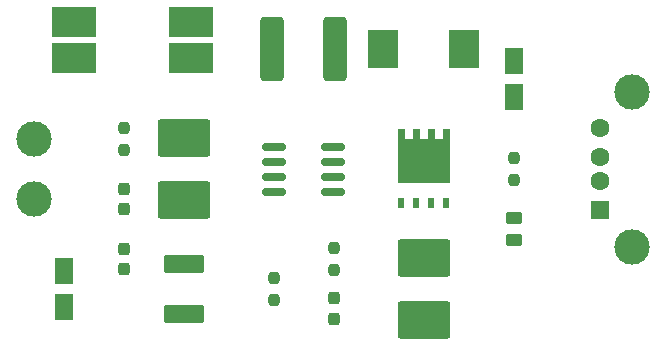
<source format=gbr>
%TF.GenerationSoftware,KiCad,Pcbnew,(6.0.4)*%
%TF.CreationDate,2022-04-27T00:59:47-07:00*%
%TF.ProjectId,SolarChargerV2,536f6c61-7243-4686-9172-67657256322e,rev?*%
%TF.SameCoordinates,Original*%
%TF.FileFunction,Soldermask,Top*%
%TF.FilePolarity,Negative*%
%FSLAX46Y46*%
G04 Gerber Fmt 4.6, Leading zero omitted, Abs format (unit mm)*
G04 Created by KiCad (PCBNEW (6.0.4)) date 2022-04-27 00:59:47*
%MOMM*%
%LPD*%
G01*
G04 APERTURE LIST*
G04 Aperture macros list*
%AMRoundRect*
0 Rectangle with rounded corners*
0 $1 Rounding radius*
0 $2 $3 $4 $5 $6 $7 $8 $9 X,Y pos of 4 corners*
0 Add a 4 corners polygon primitive as box body*
4,1,4,$2,$3,$4,$5,$6,$7,$8,$9,$2,$3,0*
0 Add four circle primitives for the rounded corners*
1,1,$1+$1,$2,$3*
1,1,$1+$1,$4,$5*
1,1,$1+$1,$6,$7*
1,1,$1+$1,$8,$9*
0 Add four rect primitives between the rounded corners*
20,1,$1+$1,$2,$3,$4,$5,0*
20,1,$1+$1,$4,$5,$6,$7,0*
20,1,$1+$1,$6,$7,$8,$9,0*
20,1,$1+$1,$8,$9,$2,$3,0*%
%AMFreePoly0*
4,1,17,2.675000,1.605000,1.875000,1.605000,1.875000,0.935000,2.675000,0.935000,2.675000,0.335000,1.875000,0.335000,1.875000,-0.335000,2.675000,-0.335000,2.675000,-0.935000,1.875000,-0.935000,1.875000,-1.605000,2.675000,-1.605000,2.675000,-2.205000,-1.875000,-2.205000,-1.875000,2.205000,2.675000,2.205000,2.675000,1.605000,2.675000,1.605000,$1*%
G04 Aperture macros list end*
%ADD10R,2.500000X3.300000*%
%ADD11C,3.000000*%
%ADD12RoundRect,0.150000X-0.825000X-0.150000X0.825000X-0.150000X0.825000X0.150000X-0.825000X0.150000X0*%
%ADD13R,3.850000X2.500000*%
%ADD14RoundRect,0.250000X-1.975000X1.350000X-1.975000X-1.350000X1.975000X-1.350000X1.975000X1.350000X0*%
%ADD15RoundRect,0.237500X-0.237500X0.250000X-0.237500X-0.250000X0.237500X-0.250000X0.237500X0.250000X0*%
%ADD16RoundRect,0.249999X-0.737501X-2.450001X0.737501X-2.450001X0.737501X2.450001X-0.737501X2.450001X0*%
%ADD17RoundRect,0.237500X-0.237500X0.300000X-0.237500X-0.300000X0.237500X-0.300000X0.237500X0.300000X0*%
%ADD18R,1.600000X2.200000*%
%ADD19RoundRect,0.250000X-0.450000X0.262500X-0.450000X-0.262500X0.450000X-0.262500X0.450000X0.262500X0*%
%ADD20FreePoly0,90.000000*%
%ADD21R,0.500000X0.850000*%
%ADD22R,1.500000X1.600000*%
%ADD23C,1.600000*%
%ADD24RoundRect,0.250000X-1.450000X0.537500X-1.450000X-0.537500X1.450000X-0.537500X1.450000X0.537500X0*%
G04 APERTURE END LIST*
D10*
%TO.C,D1*%
X140560000Y-60960000D03*
X133760000Y-60960000D03*
%TD*%
D11*
%TO.C,SC1*%
X104140000Y-68580000D03*
X104140000Y-73660000D03*
%TD*%
D12*
%TO.C,U1*%
X124525000Y-69215000D03*
X124525000Y-70485000D03*
X124525000Y-71755000D03*
X124525000Y-73025000D03*
X129475000Y-73025000D03*
X129475000Y-71755000D03*
X129475000Y-70485000D03*
X129475000Y-69215000D03*
%TD*%
D13*
%TO.C,L1*%
X107525000Y-61700000D03*
X107525000Y-58700000D03*
X117475000Y-58700000D03*
X117475000Y-61700000D03*
%TD*%
D14*
%TO.C,R2*%
X116840000Y-68520000D03*
X116840000Y-73720000D03*
%TD*%
D15*
%TO.C,R3*%
X124460000Y-80367500D03*
X124460000Y-82192500D03*
%TD*%
D16*
%TO.C,C6*%
X124362500Y-60960000D03*
X129637500Y-60960000D03*
%TD*%
D15*
%TO.C,R4*%
X129540000Y-77827500D03*
X129540000Y-79652500D03*
%TD*%
D17*
%TO.C,C3*%
X111760000Y-77877500D03*
X111760000Y-79602500D03*
%TD*%
%TO.C,C2*%
X111760000Y-72797500D03*
X111760000Y-74522500D03*
%TD*%
D15*
%TO.C,R1*%
X111760000Y-67667500D03*
X111760000Y-69492500D03*
%TD*%
%TO.C,R6*%
X144780000Y-70207500D03*
X144780000Y-72032500D03*
%TD*%
D18*
%TO.C,C1*%
X106680000Y-79780000D03*
X106680000Y-82780000D03*
%TD*%
D19*
%TO.C,R7*%
X144780000Y-75287500D03*
X144780000Y-77112500D03*
%TD*%
D20*
%TO.C,Q1*%
X137160000Y-70470000D03*
D21*
X135255000Y-74020000D03*
X136525000Y-74020000D03*
X137795000Y-74020000D03*
X139065000Y-74020000D03*
%TD*%
D22*
%TO.C,J1*%
X152120000Y-74620000D03*
D23*
X152120000Y-72120000D03*
X152120000Y-70120000D03*
X152120000Y-67620000D03*
D11*
X154830000Y-64550000D03*
X154830000Y-77690000D03*
%TD*%
D18*
%TO.C,C7*%
X144780000Y-62000000D03*
X144780000Y-65000000D03*
%TD*%
D17*
%TO.C,C5*%
X129540000Y-82045000D03*
X129540000Y-83770000D03*
%TD*%
D24*
%TO.C,C4*%
X116840000Y-79142500D03*
X116840000Y-83417500D03*
%TD*%
D14*
%TO.C,R5*%
X137160000Y-78680000D03*
X137160000Y-83880000D03*
%TD*%
M02*

</source>
